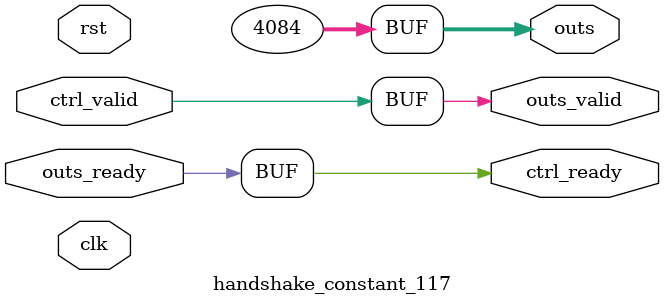
<source format=v>
`timescale 1ns / 1ps
module handshake_constant_117 #(
  parameter DATA_WIDTH = 32  // Default set to 32 bits
) (
  input                       clk,
  input                       rst,
  // Input Channel
  input                       ctrl_valid,
  output                      ctrl_ready,
  // Output Channel
  output [DATA_WIDTH - 1 : 0] outs,
  output                      outs_valid,
  input                       outs_ready
);
  assign outs       = 12'b111111110100;
  assign outs_valid = ctrl_valid;
  assign ctrl_ready = outs_ready;

endmodule

</source>
